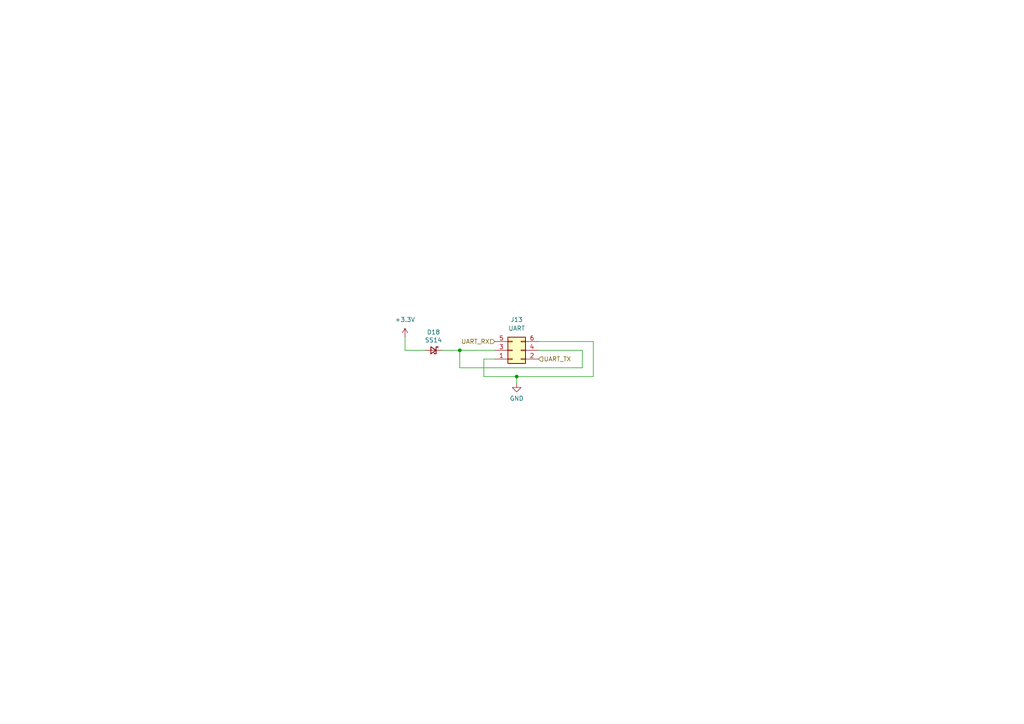
<source format=kicad_sch>
(kicad_sch (version 20231120) (generator "eeschema") (generator_version "8.0")
  (paper "A4")
  (lib_symbols
    (symbol "Connector_Generic:Conn_02x03_Odd_Even" (pin_names (offset 1.016) hide)
      (property "Reference" "J" (at 1.27 5.08 0))
      (property "Value" "Conn_02x03_Odd_Even" (at 1.27 -5.08 0))
      (symbol "Conn_02x03_Odd_Even_1_1"
        (rectangle (start -1.27 -2.413) (end 0 -2.667) (stroke (width 0.1524)))
        (rectangle (start -1.27 0.127) (end 0 -0.127) (stroke (width 0.1524)))
        (rectangle (start -1.27 2.667) (end 0 2.413) (stroke (width 0.1524)))
        (rectangle (start -1.27 3.81) (end 3.81 -3.81) (stroke (width 0.254)) (fill (type background)))
        (rectangle (start 3.81 -2.413) (end 2.54 -2.667) (stroke (width 0.1524)))
        (rectangle (start 3.81 0.127) (end 2.54 -0.127) (stroke (width 0.1524)))
        (rectangle (start 3.81 2.667) (end 2.54 2.413) (stroke (width 0.1524)))
        (pin passive line (at -5.08 2.54 0) (length 3.81) (name "Pin_1") (number "1"))
        (pin passive line (at 7.62 2.54 180) (length 3.81) (name "Pin_2") (number "2"))
        (pin passive line (at -5.08 0 0) (length 3.81) (name "Pin_3") (number "3"))
        (pin passive line (at 7.62 0 180) (length 3.81) (name "Pin_4") (number "4"))
        (pin passive line (at -5.08 -2.54 0) (length 3.81) (name "Pin_5") (number "5"))
        (pin passive line (at 7.62 -2.54 180) (length 3.81) (name "Pin_6") (number "6"))
      )
    )
    (symbol "Device:D_Schottky_Small" (pin_numbers hide) (pin_names (offset 0.254) hide)
      (property "Reference" "D" (at -1.27 2.032 0))
      (property "Value" "D_Schottky_Small" (at -7.112 -2.032 0))
      (symbol "D_Schottky_Small_0_1"
        (polyline (pts (xy -0.762 0) (xy 0.762 0)))
        (polyline (pts (xy 0.762 -1.016) (xy -0.762 0) (xy 0.762 1.016) (xy 0.762 -1.016)) (stroke (width 0.254)))
        (polyline (pts (xy -1.27 0.762) (xy -1.27 1.016) (xy -0.762 1.016) (xy -0.762 -1.016) (xy -0.254 -1.016) (xy -0.254 -0.762)) (stroke (width 0.254)))
      )
      (symbol "D_Schottky_Small_1_1"
        (pin passive line (at -2.54 0 0) (length 1.778) (name "K") (number "1"))
        (pin passive line (at 2.54 0 180) (length 1.778) (name "A") (number "2"))
      )
    )
    (symbol "power:+3.3V" (power) (pin_names (offset 0))
      (property "Value" "+3.3V" (at 0 3.556 0))
      (symbol "+3.3V_0_1"
        (polyline (pts (xy -0.762 1.27) (xy 0 2.54)))
        (polyline (pts (xy 0 0) (xy 0 2.54)))
        (polyline (pts (xy 0 2.54) (xy 0.762 1.27)))
      )
      (symbol "+3.3V_1_1"
        (pin power_in line (at 0 0 90) (length 0) hide (name "+3.3V") (number "1"))
      )
    )
    (symbol "power:GND" (power) (pin_names (offset 0))
      (property "Value" "GND" (at 0 -3.81 0))
      (symbol "GND_0_1"
        (polyline (pts (xy 0 0) (xy 0 -1.27) (xy 1.27 -1.27) (xy 0 -2.54) (xy -1.27 -1.27) (xy 0 -1.27)))
      )
      (symbol "GND_1_1"
        (pin power_in line (at 0 0 270) (length 0) hide (name "GND") (number "1"))
      )
    )
  )
  (junction (at 149.86 109.22))
  (junction (at 133.35 101.6))
  (wire (pts (xy 133.35 106.68) (xy 168.91 106.68)))
  (wire (pts (xy 168.91 101.6) (xy 156.21 101.6)))
  (wire (pts (xy 140.335 109.22) (xy 149.86 109.22)))
  (wire (pts (xy 143.51 104.14) (xy 140.335 104.14)))
  (wire (pts (xy 128.27 101.6) (xy 133.35 101.6)))
  (wire (pts (xy 133.35 101.6) (xy 133.35 106.68)))
  (wire (pts (xy 140.335 104.14) (xy 140.335 109.22)))
  (wire (pts (xy 117.475 101.6) (xy 123.19 101.6)))
  (wire (pts (xy 172.085 109.22) (xy 149.86 109.22)))
  (wire (pts (xy 168.91 106.68) (xy 168.91 101.6)))
  (wire (pts (xy 156.21 99.06) (xy 172.085 99.06)))
  (wire (pts (xy 172.085 99.06) (xy 172.085 109.22)))
  (wire (pts (xy 117.475 97.79) (xy 117.475 101.6)))
  (wire (pts (xy 149.86 109.22) (xy 149.86 111.125)))
  (wire (pts (xy 133.35 101.6) (xy 143.51 101.6)))
  (hierarchical_label "UART_TX" (shape input) (at 156.21 104.14 0))
  (hierarchical_label "UART_RX" (shape input) (at 143.51 99.06 180))
  (symbol (lib_id "Device:D_Schottky_Small") (at 125.73 101.6 0) (mirror y) (unit 1)
    (property "Reference" "D18" (at 125.73 96.3422 0))
    (property "Value" "SS14" (at 125.73 98.6536 0))
    (property "Footprint" "Diode_SMD:D_SMA" (effects (hide yes)))
    (property "Datasheet" "https://datasheet.lcsc.com/szlcsc/Changjiang-Electronics-Tech-CJ-B5819W_C8598.pdf" (effects (hide yes)))
    (property "JLCPCB" "C2480" (effects (hide yes)))
    (instances (project "KLST_SHEEP" (path "" (reference "D18") (unit 1))) (project "KLST_CATERPILLAR" (path "" (reference "D9") (unit 1))))
  )
  (symbol (lib_id "power:GND") (at 149.86 111.125 0) (unit 1)
    (property "Reference" "#PWR056" (effects (hide yes)))
    (property "Value" "GND" (at 149.86 115.57 0))
  )
  (symbol (lib_id "power:+3.3V") (at 117.475 97.79 0) (unit 1)
    (property "Reference" "#PWR055" (effects (hide yes)))
    (property "Value" "+3.3V" (at 117.475 92.71 0))
  )
  (symbol (lib_id "Connector_Generic:Conn_02x03_Odd_Even") (at 148.59 101.6 0) (mirror x) (unit 1)
    (property "Reference" "J13" (at 149.86 92.71 0))
    (property "Value" "UART" (at 149.86 95.25 0))
    (property "Footprint" "Connector_IDC:IDC-Header_2x03_P2.54mm_Vertical_SMD" (effects (hide yes)))
    (property "JLCPCB" "C492445" (effects (hide yes)))
    (instances (project "KLST_SHEEP" (path "" (reference "J13") (unit 1))) (project "KLST_CATERPILLAR" (path "" (reference "J5") (unit 1))))
  )
)
</source>
